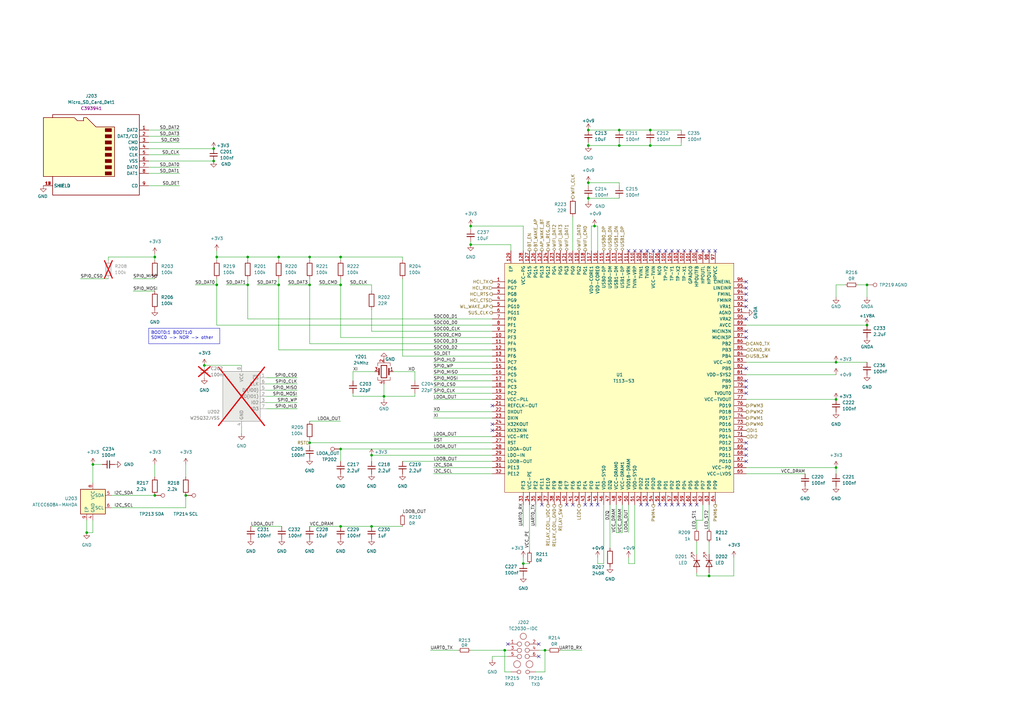
<source format=kicad_sch>
(kicad_sch (version 20231120) (generator "eeschema") (generator_version "8.0")
  (paper "A3")
  (junction (at 223.52 266.7))
  (junction (at 266.7 59.69))
  (junction (at 342.9 148.59))
  (junction (at 114.3 116.84))
  (junction (at 127 105.41))
  (junction (at 342.9 191.77))
  (junction (at 157.48 162.56))
  (junction (at 76.2 203.2))
  (junction (at 87.63 66.04))
  (junction (at 35.56 218.44))
  (junction (at 63.5 105.41))
  (junction (at 83.82 149.86))
  (junction (at 101.6 116.84))
  (junction (at 241.3 81.28))
  (junction (at 290.83 236.22))
  (junction (at 63.5 203.2))
  (junction (at 241.3 74.93))
  (junction (at 114.3 105.41))
  (junction (at 139.7 215.9))
  (junction (at 139.7 105.41))
  (junction (at 193.04 100.33))
  (junction (at 355.6 116.84))
  (junction (at 342.9 163.83))
  (junction (at 38.1 190.5))
  (junction (at 127 181.61))
  (junction (at 87.63 60.96))
  (junction (at 241.3 53.34))
  (junction (at 254 59.69))
  (junction (at 139.7 116.84))
  (junction (at 193.04 92.71))
  (junction (at 127 116.84))
  (junction (at 207.01 266.7))
  (junction (at 243.84 92.71))
  (junction (at 254 53.34))
  (junction (at 152.4 215.9))
  (junction (at 139.7 184.15))
  (junction (at 88.9 116.84))
  (junction (at 214.63 231.14))
  (junction (at 266.7 53.34))
  (junction (at 88.9 105.41))
  (junction (at 355.6 133.35))
  (junction (at 152.4 186.69))
  (junction (at 241.3 59.69))
  (junction (at 101.6 105.41))
  (no_connect (at 273.05 102.87))
  (no_connect (at 260.35 102.87))
  (no_connect (at 245.11 207.01))
  (no_connect (at 240.03 207.01))
  (no_connect (at 262.89 102.87))
  (no_connect (at 201.93 166.37))
  (no_connect (at 306.07 120.65))
  (no_connect (at 265.43 102.87))
  (no_connect (at 306.07 158.75))
  (no_connect (at 242.57 207.01))
  (no_connect (at 306.07 125.73))
  (no_connect (at 275.59 207.01))
  (no_connect (at 222.25 207.01))
  (no_connect (at 220.98 269.24))
  (no_connect (at 306.07 135.89))
  (no_connect (at 306.07 130.81))
  (no_connect (at 306.07 184.15))
  (no_connect (at 306.07 186.69))
  (no_connect (at 306.07 181.61))
  (no_connect (at 270.51 102.87))
  (no_connect (at 267.97 102.87))
  (no_connect (at 285.75 102.87))
  (no_connect (at 278.13 102.87))
  (no_connect (at 232.41 207.01))
  (no_connect (at 278.13 207.01))
  (no_connect (at 283.21 207.01))
  (no_connect (at 201.93 173.99))
  (no_connect (at 270.51 207.01))
  (no_connect (at 285.75 207.01))
  (no_connect (at 290.83 102.87))
  (no_connect (at 201.93 176.53))
  (no_connect (at 306.07 151.13))
  (no_connect (at 262.89 207.01))
  (no_connect (at 293.37 102.87))
  (no_connect (at 288.29 102.87))
  (no_connect (at 306.07 156.21))
  (no_connect (at 280.67 102.87))
  (no_connect (at 234.95 207.01))
  (no_connect (at 265.43 207.01))
  (no_connect (at 275.59 102.87))
  (no_connect (at 280.67 207.01))
  (no_connect (at 306.07 123.19))
  (no_connect (at 283.21 102.87))
  (no_connect (at 306.07 115.57))
  (no_connect (at 306.07 138.43))
  (no_connect (at 306.07 161.29))
  (no_connect (at 257.81 102.87))
  (no_connect (at 306.07 118.11))
  (no_connect (at 220.98 264.16))
  (no_connect (at 273.05 207.01))
  (no_connect (at 208.28 264.16))
  (no_connect (at 306.07 189.23))
  (wire (pts (xy 165.1 105.41) (xy 165.1 106.68)))
  (wire (pts (xy 73.66 68.58) (xy 60.96 68.58)))
  (wire (pts (xy 241.3 74.93) (xy 241.3 76.2)))
  (wire (pts (xy 224.79 266.7) (xy 223.52 266.7)))
  (wire (pts (xy 170.18 161.29) (xy 170.18 162.56)))
  (wire (pts (xy 245.11 231.14) (xy 245.11 228.6)))
  (wire (pts (xy 41.91 190.5) (xy 38.1 190.5)))
  (wire (pts (xy 35.56 218.44) (xy 38.1 218.44)))
  (wire (pts (xy 245.11 92.71) (xy 243.84 92.71)))
  (wire (pts (xy 105.41 116.84) (xy 114.3 116.84)))
  (wire (pts (xy 223.52 266.7) (xy 223.52 275.59)))
  (wire (pts (xy 193.04 92.71) (xy 193.04 93.98)))
  (wire (pts (xy 207.01 266.7) (xy 207.01 275.59)))
  (wire (pts (xy 127 181.61) (xy 127 182.88)))
  (wire (pts (xy 193.04 100.33) (xy 209.55 100.33)))
  (wire (pts (xy 127 140.97) (xy 201.93 140.97)))
  (wire (pts (xy 127 105.41) (xy 139.7 105.41)))
  (wire (pts (xy 177.8 168.91) (xy 201.93 168.91)))
  (wire (pts (xy 285.75 236.22) (xy 290.83 236.22)))
  (wire (pts (xy 45.72 208.28) (xy 76.2 208.28)))
  (wire (pts (xy 342.9 121.92) (xy 342.9 116.84)))
  (wire (pts (xy 342.9 116.84) (xy 346.71 116.84)))
  (wire (pts (xy 157.48 163.83) (xy 157.48 162.56)))
  (wire (pts (xy 266.7 53.34) (xy 279.4 53.34)))
  (wire (pts (xy 38.1 213.36) (xy 38.1 218.44)))
  (wire (pts (xy 35.56 213.36) (xy 35.56 218.44)))
  (wire (pts (xy 88.9 105.41) (xy 101.6 105.41)))
  (wire (pts (xy 193.04 92.71) (xy 214.63 92.71)))
  (wire (pts (xy 109.22 160.02) (xy 121.92 160.02)))
  (wire (pts (xy 127 215.9) (xy 139.7 215.9)))
  (wire (pts (xy 76.2 203.2) (xy 76.2 208.28)))
  (wire (pts (xy 101.6 114.3) (xy 101.6 116.84)))
  (wire (pts (xy 177.8 153.67) (xy 201.93 153.67)))
  (wire (pts (xy 165.1 146.05) (xy 201.93 146.05)))
  (wire (pts (xy 45.72 203.2) (xy 63.5 203.2)))
  (wire (pts (xy 219.71 207.01) (xy 219.71 215.9)))
  (wire (pts (xy 144.78 152.4) (xy 144.78 156.21)))
  (wire (pts (xy 342.9 148.59) (xy 355.6 148.59)))
  (wire (pts (xy 54.61 114.3) (xy 63.5 114.3)))
  (wire (pts (xy 139.7 138.43) (xy 201.93 138.43)))
  (wire (pts (xy 242.57 92.71) (xy 243.84 92.71)))
  (wire (pts (xy 38.1 190.5) (xy 38.1 198.12)))
  (wire (pts (xy 88.9 114.3) (xy 88.9 116.84)))
  (wire (pts (xy 193.04 266.7) (xy 207.01 266.7)))
  (wire (pts (xy 241.3 81.28) (xy 241.3 82.55)))
  (wire (pts (xy 109.22 165.1) (xy 121.92 165.1)))
  (wire (pts (xy 342.9 194.31) (xy 342.9 191.77)))
  (wire (pts (xy 209.55 102.87) (xy 209.55 100.33)))
  (wire (pts (xy 73.66 71.12) (xy 60.96 71.12)))
  (wire (pts (xy 266.7 59.69) (xy 266.7 58.42)))
  (wire (pts (xy 290.83 236.22) (xy 290.83 234.95)))
  (wire (pts (xy 165.1 114.3) (xy 165.1 146.05)))
  (wire (pts (xy 306.07 163.83) (xy 342.9 163.83)))
  (wire (pts (xy 118.11 116.84) (xy 127 116.84)))
  (wire (pts (xy 241.3 81.28) (xy 254 81.28)))
  (wire (pts (xy 241.3 59.69) (xy 241.3 58.42)))
  (wire (pts (xy 63.5 105.41) (xy 63.5 106.68)))
  (wire (pts (xy 152.4 189.23) (xy 152.4 186.69)))
  (wire (pts (xy 109.22 167.64) (xy 121.92 167.64)))
  (wire (pts (xy 201.93 270.51) (xy 201.93 269.24)))
  (wire (pts (xy 177.8 194.31) (xy 201.93 194.31)))
  (wire (pts (xy 139.7 215.9) (xy 152.4 215.9)))
  (wire (pts (xy 76.2 190.5) (xy 76.2 195.58)))
  (wire (pts (xy 127 114.3) (xy 127 116.84)))
  (wire (pts (xy 152.4 116.84) (xy 152.4 119.38)))
  (wire (pts (xy 114.3 105.41) (xy 127 105.41)))
  (wire (pts (xy 290.83 227.33) (xy 290.83 222.25)))
  (wire (pts (xy 139.7 116.84) (xy 139.7 138.43)))
  (wire (pts (xy 254 59.69) (xy 254 58.42)))
  (wire (pts (xy 101.6 105.41) (xy 114.3 105.41)))
  (wire (pts (xy 177.8 161.29) (xy 201.93 161.29)))
  (wire (pts (xy 101.6 116.84) (xy 101.6 130.81)))
  (wire (pts (xy 241.3 74.93) (xy 254 74.93)))
  (wire (pts (xy 139.7 105.41) (xy 165.1 105.41)))
  (wire (pts (xy 99.06 175.26) (xy 99.06 177.8)))
  (wire (pts (xy 63.5 190.5) (xy 63.5 195.58)))
  (wire (pts (xy 114.3 116.84) (xy 114.3 143.51)))
  (wire (pts (xy 139.7 184.15) (xy 201.93 184.15)))
  (wire (pts (xy 152.4 127) (xy 152.4 135.89)))
  (wire (pts (xy 73.66 55.88) (xy 60.96 55.88)))
  (wire (pts (xy 83.82 149.86) (xy 99.06 149.86)))
  (wire (pts (xy 177.8 191.77) (xy 201.93 191.77)))
  (wire (pts (xy 127 181.61) (xy 201.93 181.61)))
  (wire (pts (xy 127 180.34) (xy 127 181.61)))
  (wire (pts (xy 245.11 231.14) (xy 247.65 231.14)))
  (wire (pts (xy 60.96 66.04) (xy 87.63 66.04)))
  (wire (pts (xy 177.8 158.75) (xy 201.93 158.75)))
  (wire (pts (xy 207.01 275.59) (xy 209.55 275.59)))
  (wire (pts (xy 279.4 59.69) (xy 279.4 58.42)))
  (wire (pts (xy 257.81 207.01) (xy 257.81 218.44)))
  (wire (pts (xy 306.07 194.31) (xy 330.2 194.31)))
  (wire (pts (xy 201.93 269.24) (xy 208.28 269.24)))
  (wire (pts (xy 114.3 143.51) (xy 201.93 143.51)))
  (wire (pts (xy 88.9 105.41) (xy 88.9 106.68)))
  (wire (pts (xy 355.6 121.92) (xy 355.6 116.84)))
  (wire (pts (xy 254 59.69) (xy 266.7 59.69)))
  (wire (pts (xy 139.7 189.23) (xy 139.7 184.15)))
  (wire (pts (xy 63.5 104.14) (xy 63.5 105.41)))
  (wire (pts (xy 92.71 116.84) (xy 101.6 116.84)))
  (wire (pts (xy 306.07 191.77) (xy 342.9 191.77)))
  (wire (pts (xy 255.27 207.01) (xy 255.27 218.44)))
  (wire (pts (xy 306.07 148.59) (xy 342.9 148.59)))
  (wire (pts (xy 143.51 116.84) (xy 152.4 116.84)))
  (wire (pts (xy 254 74.93) (xy 254 76.2)))
  (wire (pts (xy 152.4 135.89) (xy 201.93 135.89)))
  (wire (pts (xy 73.66 53.34) (xy 60.96 53.34)))
  (wire (pts (xy 161.29 152.4) (xy 170.18 152.4)))
  (wire (pts (xy 260.35 231.14) (xy 260.35 207.01)))
  (wire (pts (xy 60.96 60.96) (xy 87.63 60.96)))
  (wire (pts (xy 234.95 88.9) (xy 234.95 102.87)))
  (wire (pts (xy 193.04 100.33) (xy 193.04 99.06)))
  (wire (pts (xy 127 172.72) (xy 139.7 172.72)))
  (wire (pts (xy 252.73 207.01) (xy 252.73 218.44)))
  (wire (pts (xy 101.6 105.41) (xy 101.6 106.68)))
  (wire (pts (xy 285.75 227.33) (xy 285.75 222.25)))
  (wire (pts (xy 306.07 153.67) (xy 342.9 153.67)))
  (wire (pts (xy 152.4 186.69) (xy 201.93 186.69)))
  (wire (pts (xy 177.8 151.13) (xy 201.93 151.13)))
  (wire (pts (xy 207.01 266.7) (xy 208.28 266.7)))
  (wire (pts (xy 176.53 266.7) (xy 187.96 266.7)))
  (wire (pts (xy 109.22 162.56) (xy 121.92 162.56)))
  (wire (pts (xy 306.07 133.35) (xy 355.6 133.35)))
  (wire (pts (xy 217.17 207.01) (xy 217.17 226.06)))
  (wire (pts (xy 88.9 102.87) (xy 88.9 105.41)))
  (wire (pts (xy 102.87 215.9) (xy 115.57 215.9)))
  (wire (pts (xy 285.75 236.22) (xy 285.75 234.95)))
  (wire (pts (xy 157.48 162.56) (xy 157.48 157.48)))
  (wire (pts (xy 109.22 154.94) (xy 121.92 154.94)))
  (wire (pts (xy 127 116.84) (xy 127 140.97)))
  (wire (pts (xy 177.8 171.45) (xy 201.93 171.45)))
  (wire (pts (xy 88.9 133.35) (xy 201.93 133.35)))
  (wire (pts (xy 223.52 275.59) (xy 219.71 275.59)))
  (wire (pts (xy 254 53.34) (xy 266.7 53.34)))
  (wire (pts (xy 127 105.41) (xy 127 106.68)))
  (wire (pts (xy 139.7 105.41) (xy 139.7 106.68)))
  (wire (pts (xy 88.9 116.84) (xy 88.9 133.35)))
  (wire (pts (xy 223.52 266.7) (xy 220.98 266.7)))
  (wire (pts (xy 33.02 114.3) (xy 44.45 114.3)))
  (wire (pts (xy 130.81 116.84) (xy 139.7 116.84)))
  (wire (pts (xy 252.73 218.44) (xy 255.27 218.44)))
  (wire (pts (xy 250.19 207.01) (xy 250.19 224.79)))
  (wire (pts (xy 290.83 207.01) (xy 290.83 217.17)))
  (wire (pts (xy 247.65 231.14) (xy 247.65 207.01)))
  (wire (pts (xy 300.99 236.22) (xy 290.83 236.22)))
  (wire (pts (xy 214.63 228.6) (xy 214.63 231.14)))
  (wire (pts (xy 214.63 207.01) (xy 214.63 215.9)))
  (wire (pts (xy 177.8 179.07) (xy 201.93 179.07)))
  (wire (pts (xy 285.75 213.36) (xy 285.75 217.17)))
  (wire (pts (xy 288.29 213.36) (xy 288.29 207.01)))
  (wire (pts (xy 254 59.69) (xy 241.3 59.69)))
  (wire (pts (xy 144.78 162.56) (xy 157.48 162.56)))
  (wire (pts (xy 351.79 116.84) (xy 355.6 116.84)))
  (wire (pts (xy 201.93 189.23) (xy 165.1 189.23)))
  (wire (pts (xy 170.18 162.56) (xy 157.48 162.56)))
  (wire (pts (xy 285.75 213.36) (xy 288.29 213.36)))
  (wire (pts (xy 241.3 53.34) (xy 254 53.34)))
  (wire (pts (xy 152.4 215.9) (xy 165.1 215.9)))
  (wire (pts (xy 170.18 152.4) (xy 170.18 156.21)))
  (wire (pts (xy 153.67 152.4) (xy 144.78 152.4)))
  (wire (pts (xy 73.66 63.5) (xy 60.96 63.5)))
  (wire (pts (xy 266.7 59.69) (xy 279.4 59.69)))
  (wire (pts (xy 114.3 114.3) (xy 114.3 116.84)))
  (wire (pts (xy 177.8 148.59) (xy 201.93 148.59)))
  (wire (pts (xy 257.81 231.14) (xy 260.35 231.14)))
  (wire (pts (xy 73.66 58.42) (xy 60.96 58.42)))
  (wire (pts (xy 80.01 116.84) (xy 88.9 116.84)))
  (wire (pts (xy 109.22 157.48) (xy 121.92 157.48)))
  (wire (pts (xy 245.11 102.87) (xy 245.11 92.71)))
  (wire (pts (xy 139.7 114.3) (xy 139.7 116.84)))
  (wire (pts (xy 214.63 92.71) (xy 214.63 102.87)))
  (wire (pts (xy 63.5 105.41) (xy 44.45 105.41)))
  (wire (pts (xy 101.6 130.81) (xy 201.93 130.81)))
  (wire (pts (xy 229.87 266.7) (xy 238.76 266.7)))
  (wire (pts (xy 214.63 231.14) (xy 217.17 231.14)))
  (wire (pts (xy 300.99 228.6) (xy 300.99 236.22)))
  (wire (pts (xy 177.8 156.21) (xy 201.93 156.21)))
  (wire (pts (xy 257.81 231.14) (xy 257.81 228.6)))
  (wire (pts (xy 114.3 105.41) (xy 114.3 106.68)))
  (wire (pts (xy 44.45 105.41) (xy 44.45 106.68)))
  (wire (pts (xy 60.96 76.2) (xy 73.66 76.2)))
  (wire (pts (xy 242.57 92.71) (xy 242.57 102.87)))
  (wire (pts (xy 144.78 161.29) (xy 144.78 162.56)))
  (wire (pts (xy 54.61 119.38) (xy 63.5 119.38)))
  (wire (pts (xy 177.8 163.83) (xy 201.93 163.83)))
  (text_box "BOOT0:1 BOOT1:0\nSDMC0 -> NOR -> other" (at 60.96 134.62 0) (size 29.21 6.35) (effects (font (size 1.27 1.27)) (justify left top)))
  (label "UART0_RX" (at 214.63 215.9 90))
  (label "SD_DAT2" (at 73.66 53.34 180))
  (label "SD_DAT1" (at 73.66 71.12 180))
  (label "SPI0_WP" (at 121.92 165.1 180))
  (label "SD_CMD" (at 130.81 116.84 0))
  (label "SD_DAT0" (at 73.66 68.58 180))
  (label "VCC_DRAM" (at 127 215.9 0))
  (label "SPI0_MOSI" (at 177.8 156.21 0))
  (label "SPI0_MISO" (at 121.92 160.02 180))
  (label "LDOA_OUT" (at 177.8 163.83 0))
  (label "LDOA_OUT" (at 177.8 179.07 0))
  (label "SPI0_CLK" (at 121.92 157.48 180))
  (label "LDOA_OUT" (at 139.7 172.72 180))
  (label "SD_CLK" (at 73.66 63.5 180))
  (label "LDOA_OUT" (at 177.8 184.15 0))
  (label "SPI0_MISO" (at 54.61 114.3 0))
  (label "I2C_SCL" (at 177.8 194.31 0))
  (label "XI" (at 144.78 152.4 0))
  (label "SPI0_MOSI" (at 54.61 119.38 0))
  (label "UART0_RX" (at 238.76 266.7 180))
  (label "SDCO0_CLK" (at 177.8 135.89 0))
  (label "VCC_DRAM" (at 252.73 218.44 90))
  (label "I2C_SDA" (at 54.61 203.2 180))
  (label "I2C_SCL" (at 54.61 208.28 180))
  (label "VCC_DRAM" (at 255.27 218.44 90))
  (label "SPI0_WP" (at 177.8 151.13 0))
  (label "SD_DAT0" (at 80.01 116.84 0))
  (label "SD_CLK" (at 143.51 116.84 0))
  (label "SPI0_CS0" (at 177.8 158.75 0))
  (label "I2C_SDA" (at 177.8 191.77 0))
  (label "SD_DET" (at 177.8 146.05 0))
  (label "UART0_TX" (at 219.71 215.9 90))
  (label "VCC_DRAM" (at 330.2 194.31 180))
  (label "VCC_PE" (at 217.17 224.79 90))
  (label "SPI0_CLK" (at 177.8 161.29 0))
  (label "LED_ST2" (at 290.83 217.17 90))
  (label "XO" (at 177.8 168.91 0))
  (label "SPI0_CS0" (at 33.02 114.3 0))
  (label "SD_DET" (at 73.66 76.2 180))
  (label "SD_CMD" (at 73.66 58.42 180))
  (label "SD_DAT2" (at 105.41 116.84 0))
  (label "SPI0_HLD" (at 177.8 148.59 0))
  (label "SPI0_MOSI" (at 121.92 162.56 180))
  (label "LED_ST1" (at 285.75 217.17 90))
  (label "SDCO0_CMD" (at 177.8 138.43 0))
  (label "SD_DAT3" (at 73.66 55.88 180))
  (label "DZQ" (at 250.19 213.36 90))
  (label "SPI0_CS0" (at 121.92 154.94 180))
  (label "XI" (at 177.8 171.45 0))
  (label "SD_DAT3" (at 118.11 116.84 0))
  (label "SDCO0_D3" (at 177.8 140.97 0))
  (label "SDCO0_D2" (at 177.8 143.51 0))
  (label "LDOB_OUT" (at 165.1 210.82 0))
  (label "SDCO0_D1" (at 177.8 130.81 0))
  (label "SDCO0_D0" (at 177.8 133.35 0))
  (label "SPI0_HLD" (at 121.92 167.64 180))
  (label "LDOA_OUT" (at 257.81 218.44 90))
  (label "SD_DAT1" (at 92.71 116.84 0))
  (label "UART0_TX" (at 176.53 266.7 0))
  (label "LDOB_OUT" (at 177.8 189.23 0))
  (label "SPI0_MISO" (at 177.8 153.67 0))
  (label "RST" (at 177.8 181.61 0))
  (label "XO" (at 170.18 152.4 180))
  (label "LDOA_OUT" (at 102.87 215.9 0))
  (hierarchical_label "HCI_CTS" (shape input) (at 201.93 123.19 180))
  (hierarchical_label "HCI_RTS" (shape output) (at 201.93 120.65 180))
  (hierarchical_label "PWM3" (shape output) (at 306.07 166.37 0))
  (hierarchical_label "CAN0_TX" (shape output) (at 306.07 140.97 0))
  (hierarchical_label "HCI_RX" (shape input) (at 201.93 118.11 180))
  (hierarchical_label "PWM1" (shape output) (at 306.07 171.45 0))
  (hierarchical_label "BT_EN" (shape output) (at 217.17 102.87 90) (property "Netclass" "SDIO_WIFI" (effects (hide yes))))
  (hierarchical_label "PWM2" (shape output) (at 306.07 168.91 0))
  (hierarchical_label "RELAY_COIL_GND" (shape output) (at 227.33 207.01 270))
  (hierarchical_label "RELAY_COIL_VDC" (shape output) (at 224.79 207.01 270))
  (hierarchical_label "USB1_DN" (shape bidirectional) (at 252.73 102.87 90))
  (hierarchical_label "WIFI_CMD" (shape output) (at 240.03 102.87 90))
  (hierarchical_label "BT_WAKE_AP" (shape output) (at 219.71 102.87 90))
  (hierarchical_label "PWM4" (shape output) (at 267.97 207.01 270))
  (hierarchical_label "AP_WAKE_BT" (shape output) (at 222.25 102.87 90))
  (hierarchical_label "WIFI_DAT3" (shape bidirectional) (at 229.87 102.87 90))
  (hierarchical_label "PWM6" (shape output) (at 293.37 207.01 270))
  (hierarchical_label "CAN0_RX" (shape input) (at 306.07 143.51 0))
  (hierarchical_label "USB1_DP" (shape bidirectional) (at 255.27 102.87 90))
  (hierarchical_label "PWM0" (shape output) (at 306.07 173.99 0))
  (hierarchical_label "RELAY_SW" (shape output) (at 229.87 207.01 270))
  (hierarchical_label "LEDC" (shape output) (at 237.49 207.01 270))
  (hierarchical_label "DI1" (shape input) (at 306.07 176.53 0))
  (hierarchical_label "WL_WAKE_AP" (shape output) (at 201.93 125.73 180))
  (hierarchical_label "SUS_CLK" (shape output) (at 201.93 128.27 180))
  (hierarchical_label "HCI_TX" (shape output) (at 201.93 115.57 180))
  (hierarchical_label "WIFI_DAT2" (shape bidirectional) (at 227.33 102.87 90))
  (hierarchical_label "WL_REG_ON" (shape output) (at 224.79 102.87 90))
  (hierarchical_label "USB_SW" (shape output) (at 306.07 146.05 0))
  (hierarchical_label "WIFI_CLK" (shape output) (at 234.95 81.28 90))
  (hierarchical_label "USB0_DP" (shape bidirectional) (at 247.65 102.87 90))
  (hierarchical_label "DI2" (shape input) (at 306.07 179.07 0))
  (hierarchical_label "WIFI_DAT0" (shape bidirectional) (at 237.49 102.87 90))
  (hierarchical_label "WIFI_DAT1" (shape bidirectional) (at 232.41 102.87 90))
  (hierarchical_label "RST" (shape input) (at 127 181.61 180))
  (hierarchical_label "USB0_DN" (shape bidirectional) (at 250.19 102.87 90))
  (symbol (lib_id "Device:C_Small") (at 342.9 166.37 0) (unit 1)
    (property "Reference" "C222" (at 345.44 165.1063 0) (effects (justify left)))
    (property "Value" "100nf" (at 345.44 167.6463 0) (effects (justify left)))
    (property "Footprint" "Capacitor_SMD:C_0402_1005Metric" (effects (hide yes)))
    (property "Datasheet" "https://datasheet.lcsc.com/lcsc/2304140030_Samsung-Electro-Mechanics-CL05B104KB54PNC_C307331.pdf" (effects (hide yes)))
    (property "LCSC" "C307331" (effects (hide yes)))
    (property "MPN" "CL05B104KB54PNC" (effects (hide yes)))
  )
  (symbol (lib_id "power:GND") (at 330.2 199.39 0) (mirror y) (unit 1)
    (property "Reference" "#PWR0232" (effects (hide yes)))
    (property "Value" "GND" (at 330.2 204.47 0))
  )
  (symbol (lib_id "Device:C_Small") (at 241.3 55.88 0) (unit 1)
    (property "Reference" "C213" (at 243.84 54.6163 0) (effects (justify left)))
    (property "Value" "10uF" (at 243.84 57.1563 0) (effects (justify left)))
    (property "Footprint" "Capacitor_SMD:C_0603_1608Metric" (effects (hide yes)))
    (property "Datasheet" "https://datasheet.lcsc.com/lcsc/2304140030_Samsung-Electro-Mechanics-CL10A106MA8NRNC_C96446.pdf" (effects (hide yes)))
    (property "LCSC" "C96446" (effects (hide yes)))
    (property "MPN" "CL10A106MA8NRNC" (effects (hide yes)))
  )
  (symbol (lib_id "power:GND") (at 46.99 190.5 90) (unit 1)
    (property "Reference" "#PWR0252" (effects (hide yes)))
    (property "Value" "GND" (at 50.8 190.5 90) (effects (justify right)))
  )
  (symbol (lib_id "power:+3V3") (at 83.82 149.86 0) (unit 1)
    (property "Reference" "#PWR0202" (effects (hide yes)))
    (property "Value" "+3V3" (at 83.82 144.78 0))
  )
  (symbol (lib_id "Device:R") (at 63.5 199.39 0) (unit 1)
    (property "Reference" "R217" (at 55.88 198.12 0) (effects (justify left)))
    (property "Value" "2.2k" (at 55.88 200.66 0) (effects (justify left)))
    (property "Footprint" "Resistor_SMD:R_0402_1005Metric" (effects (hide yes)))
    (property "Datasheet" "https://datasheet.lcsc.com/lcsc/2206010230_UNI-ROYAL-Uniroyal-Elec-0603WAF2201T5E_C4190.pdf" (effects (hide yes)))
    (property "LCSC" "C25879" (effects (hide yes)))
    (property "MPN" "0402WGF2201TCE" (effects (hide yes)))
  )
  (symbol (lib_id "Device:R_Small") (at 290.83 219.71 0) (unit 1)
    (property "Reference" "R212" (at 293.37 218.4399 0) (effects (justify left)))
    (property "Value" "1k" (at 293.37 220.9799 0) (effects (justify left)))
    (property "Footprint" "Resistor_SMD:R_0402_1005Metric" (effects (hide yes)))
    (property "Datasheet" "https://datasheet.lcsc.com/lcsc/2206010216_UNI-ROYAL-Uniroyal-Elec-0402WGF1001TCE_C11702.pdf" (effects (hide yes)))
    (property "LCSC" "C11702" (effects (hide yes)))
    (property "MPN" "0402WGF1001TCE" (effects (hide yes)))
  )
  (symbol (lib_id "power:GND") (at 115.57 220.98 0) (mirror y) (unit 1)
    (property "Reference" "#PWR0248" (effects (hide yes)))
    (property "Value" "GND" (at 115.57 226.06 0))
  )
  (symbol (lib_id "Device:C_Small") (at 139.7 218.44 0) (unit 1)
    (property "Reference" "C229" (at 142.24 217.1763 0) (effects (justify left)))
    (property "Value" "100nf" (at 142.24 219.7163 0) (effects (justify left)))
    (property "Footprint" "Capacitor_SMD:C_0402_1005Metric" (effects (hide yes)))
    (property "Datasheet" "https://datasheet.lcsc.com/lcsc/2304140030_Samsung-Electro-Mechanics-CL05B104KB54PNC_C307331.pdf" (effects (hide yes)))
    (property "LCSC" "C307331" (effects (hide yes)))
    (property "MPN" "CL05B104KB54PNC" (effects (hide yes)))
  )
  (symbol (lib_id "Device:R_Small") (at 165.1 213.36 0) (unit 1)
    (property "Reference" "R210" (at 167.64 212.09 0) (effects (justify left)))
    (property "Value" "0R" (at 167.64 214.63 0) (effects (justify left)))
    (property "Footprint" "Resistor_SMD:R_0402_1005Metric" (effects (hide yes)))
    (property "Datasheet" "https://datasheet.lcsc.com/lcsc/2206010216_UNI-ROYAL-Uniroyal-Elec-0402WGF0000TCE_C17168.pdf" (effects (hide yes)))
    (property "LCSC" "C17168" (effects (hide yes)))
    (property "MPN" "0402WGF0000TCE" (effects (hide yes)))
  )
  (symbol (lib_id "Device:C_Small") (at 330.2 196.85 0) (unit 1)
    (property "Reference" "C220" (at 332.74 195.5863 0) (effects (justify left)))
    (property "Value" "100nf" (at 332.74 198.1263 0) (effects (justify left)))
    (property "Footprint" "Capacitor_SMD:C_0402_1005Metric" (effects (hide yes)))
    (property "Datasheet" "https://datasheet.lcsc.com/lcsc/2304140030_Samsung-Electro-Mechanics-CL05B104KB54PNC_C307331.pdf" (effects (hide yes)))
    (property "LCSC" "C307331" (effects (hide yes)))
    (property "MPN" "CL05B104KB54PNC" (effects (hide yes)))
  )
  (symbol (lib_id "power:+3V3") (at 193.04 92.71 0) (unit 1)
    (property "Reference" "#PWR0224" (effects (hide yes)))
    (property "Value" "+3V3" (at 193.04 87.63 0))
  )
  (symbol (lib_id "power:GND") (at 241.3 59.69 0) (unit 1)
    (property "Reference" "#PWR0219" (effects (hide yes)))
    (property "Value" "GND" (at 241.3 64.77 0))
  )
  (symbol (lib_id "power:+3V3") (at 63.5 190.5 0) (unit 1)
    (property "Reference" "#PWR0254" (effects (hide yes)))
    (property "Value" "+3V3" (at 63.5 185.42 0))
  )
  (symbol (lib_id "power:GNDA") (at 306.07 128.27 90) (unit 1)
    (property "Reference" "#PWR0204" (effects (hide yes)))
    (property "Value" "GNDA" (at 309.88 128.27 0))
  )
  (symbol (lib_name "VDD_1") (lib_id "power:VDD") (at 257.81 228.6 0) (unit 1)
    (property "Reference" "#PWR0231" (effects (hide yes)))
    (property "Value" "+0v9" (at 257.81 224.79 0))
  )
  (symbol (lib_id "power:GND") (at 152.4 194.31 0) (mirror y) (unit 1)
    (property "Reference" "#PWR0226" (effects (hide yes)))
    (property "Value" "GND" (at 152.4 199.39 0))
  )
  (symbol (lib_id "Device:C_Small") (at 144.78 158.75 0) (unit 1)
    (property "Reference" "C203" (at 147.32 157.4863 0) (effects (justify left)))
    (property "Value" "22pF" (at 147.32 160.0263 0) (effects (justify left)))
    (property "Footprint" "Capacitor_SMD:C_0402_1005Metric" (effects (hide yes)))
    (property "Datasheet" "https://datasheet.lcsc.com/lcsc/2304140030_FH--Guangdong-Fenghua-Advanced-Tech-0402CG220J500NT_C1555.pdf" (effects (hide yes)))
    (property "LCSC" "C1555" (effects (hide yes)))
    (property "MPN" "0402CG220J500NT" (effects (hide yes)))
  )
  (symbol (lib_id "Device:R") (at 139.7 110.49 0) (unit 1)
    (property "Reference" "R222" (at 142.24 109.22 0) (effects (justify left)))
    (property "Value" "100k" (at 142.24 111.76 0) (effects (justify left)))
    (property "Footprint" "Resistor_SMD:R_0402_1005Metric" (effects (hide yes)))
    (property "Datasheet" "https://datasheet.lcsc.com/lcsc/2206010100_UNI-ROYAL-Uniroyal-Elec-0402WGF1003TCE_C25741.pdf" (effects (hide yes)))
    (property "LCSC" "C25741" (effects (hide yes)))
    (property "MPN" "0402WGF1003TCE" (effects (hide yes)))
  )
  (symbol (lib_id "Device:R") (at 76.2 199.39 0) (unit 1)
    (property "Reference" "R218" (at 68.58 198.12 0) (effects (justify left)))
    (property "Value" "2.2k" (at 68.58 200.66 0) (effects (justify left)))
    (property "Footprint" "Resistor_SMD:R_0402_1005Metric" (effects (hide yes)))
    (property "Datasheet" "https://datasheet.lcsc.com/lcsc/2206010230_UNI-ROYAL-Uniroyal-Elec-0603WAF2201T5E_C4190.pdf" (effects (hide yes)))
    (property "LCSC" "C25879" (effects (hide yes)))
    (property "MPN" "0402WGF2201TCE" (effects (hide yes)))
  )
  (symbol (lib_id "power:+3V3") (at 88.9 102.87 0) (unit 1)
    (property "Reference" "#PWR0242" (effects (hide yes)))
    (property "Value" "+3V3" (at 88.9 97.79 0))
  )
  (symbol (lib_id "power:GND") (at 157.48 163.83 0) (mirror y) (unit 1)
    (property "Reference" "#PWR0211" (effects (hide yes)))
    (property "Value" "GND" (at 157.48 167.64 0))
  )
  (symbol (lib_id "Tag-Connect:TC2030-IDC") (at 214.63 266.7 0) (unit 1) (in_bom no)
    (property "Reference" "J202" (at 214.63 255.27 0))
    (property "Value" "TC2030-IDC" (at 214.63 257.81 0))
    (property "Footprint" "Tag-Connect:Tag-Connect_TC2030-IDC-NL_2x03_P1.27mm_Vertical" (effects (hide yes)))
    (property "Datasheet" "https://www.tag-connect.com/wp-content/uploads/bsk-pdf-manager/2019/12/TC2030-IDC-NL-Datasheet-Rev-B.pdf" (effects (hide yes)))
    (property "MPN" "TC2030-IDC" (effects (hide yes)))
  )
  (symbol (lib_id "Device:C_Small") (at 152.4 191.77 0) (unit 1)
    (property "Reference" "C218" (at 154.94 190.5063 0) (effects (justify left)))
    (property "Value" "2.2uF" (at 154.94 193.0463 0) (effects (justify left)))
    (property "Footprint" "Resistor_SMD:R_0402_1005Metric" (effects (hide yes)))
    (property "Datasheet" "https://datasheet.lcsc.com/lcsc/2304140030_Samsung-Electro-Mechanics-CL05A225MQ5NSNC_C12530.pdf" (effects (hide yes)))
    (property "LCSC" "C12530" (effects (hide yes)))
    (property "MPN" "CL05A225MQ5NSNC" (effects (hide yes)))
  )
  (symbol (lib_id "power:GND") (at 102.87 220.98 0) (mirror y) (unit 1)
    (property "Reference" "#PWR0247" (effects (hide yes)))
    (property "Value" "GND" (at 102.87 226.06 0))
  )
  (symbol (lib_id "power:GND") (at 342.9 199.39 0) (mirror y) (unit 1)
    (property "Reference" "#PWR0233" (effects (hide yes)))
    (property "Value" "GND" (at 342.9 204.47 0))
  )
  (symbol (lib_id "power:+3V3") (at 342.9 163.83 0) (unit 1)
    (property "Reference" "#PWR0236" (effects (hide yes)))
    (property "Value" "+3V3" (at 346.71 162.56 0))
  )
  (symbol (lib_id "Connector_LCSC_SDCard:Micro_SD_Card_Det1") (at 38.1 63.5 0) (mirror y) (unit 1)
    (property "Reference" "J203" (at 37.465 39.37 0))
    (property "Value" "Micro_SD_Card_Det1" (at 37.465 41.91 0))
    (property "Footprint" "Connector_LCSC_SDCard:TF-SMD_TF-PUSH" (effects (hide yes)))
    (property "Datasheet" "https://datasheet.lcsc.com/lcsc/2110151630_XKB-Connectivity-XKTF-015-N_C381082.pdf" (effects (hide yes)))
    (property "Description" "Micro SD Card Socket with one card detection pin" (effects (hide yes)))
    (property "LCSC" "C393941" (at 37.465 44.45 0))
    (property "MPN" "TF PUSH" (effects (hide yes)))
  )
  (symbol (lib_id "power:GNDA") (at 355.6 121.92 0) (unit 1)
    (property "Reference" "#PWR0249" (effects (hide yes)))
    (property "Value" "GNDA" (at 355.6 125.73 0))
  )
  (symbol (lib_name "W25Q32JVSS_1") (lib_id "Memory_Flash:W25Q32JVSS") (at 99.06 162.56 0) (mirror y) (unit 1) (in_bom no) (on_board no) (dnp yes)
    (property "Reference" "U202" (at 90.17 168.91 0) (effects (justify left)))
    (property "Value" "W25Q32JVSS" (at 90.17 171.45 0) (effects (justify left)))
    (property "Footprint" "Package_SO:SOIC-8_5.23x5.23mm_P1.27mm" (effects (hide yes)))
    (property "Datasheet" "http://www.winbond.com/resource-files/w25q32jv%20revg%2003272018%20plus.pdf" (effects (hide yes)))
    (property "LCSC" "C179173" (effects (hide yes)))
    (property "MPN" "W25Q32JVSSIQ" (effects (hide yes)))
  )
  (symbol (lib_id "Device:LED") (at 285.75 231.14 270) (unit 1)
    (property "Reference" "D201" (at 281.94 228.2824 90) (effects (justify right)))
    (property "Value" "LED" (at 281.94 230.8224 90) (effects (justify right)))
    (property "Footprint" "LED_SMD:LED_0402_1005Metric" (effects (hide yes)))
    (property "Datasheet" "https://datasheet.lcsc.com/lcsc/1912111437_Lite-On-LTST-C281KRKT_C364556.pdf" (effects (hide yes)))
    (property "LCSC" "C364556" (effects (hide yes)))
    (property "MPN" "LTST-C281KRKT" (effects (hide yes)))
  )
  (symbol (lib_id "Device:C_Small") (at 214.63 233.68 0) (unit 1)
    (property "Reference" "C227" (at 207.01 232.41 0) (effects (justify left)))
    (property "Value" "100nf" (at 207.01 234.95 0) (effects (justify left)))
    (property "Footprint" "Capacitor_SMD:C_0402_1005Metric" (effects (hide yes)))
    (property "Datasheet" "https://datasheet.lcsc.com/lcsc/2304140030_Samsung-Electro-Mechanics-CL05B104KB54PNC_C307331.pdf" (effects (hide yes)))
    (property "LCSC" "C307331" (effects (hide yes)))
    (property "MPN" "CL05B104KB54PNC" (effects (hide yes)))
  )
  (symbol (lib_id "power:GND") (at 35.56 218.44 0) (unit 1)
    (property "Reference" "#PWR0251" (effects (hide yes)))
    (property "Value" "GND" (at 35.56 223.52 0))
  )
  (symbol (lib_id "power:GND") (at 63.5 127 0) (mirror y) (unit 1)
    (property "Reference" "#PWR0257" (effects (hide yes)))
    (property "Value" "GND" (at 63.5 132.08 0))
  )
  (symbol (lib_id "power:+3V3") (at 300.99 228.6 0) (unit 1)
    (property "Reference" "#PWR0213" (effects (hide yes)))
    (property "Value" "+3V3" (at 300.99 223.52 0))
  )
  (symbol (lib_id "Device:R") (at 101.6 110.49 0) (unit 1)
    (property "Reference" "R201" (at 104.14 109.22 0) (effects (justify left)))
    (property "Value" "100k" (at 104.14 111.76 0) (effects (justify left)))
    (property "Footprint" "Resistor_SMD:R_0402_1005Metric" (effects (hide yes)))
    (property "Datasheet" "https://datasheet.lcsc.com/lcsc/2206010100_UNI-ROYAL-Uniroyal-Elec-0402WGF1003TCE_C25741.pdf" (effects (hide yes)))
    (property "LCSC" "C25741" (effects (hide yes)))
    (property "MPN" "0402WGF1003TCE" (effects (hide yes)))
  )
  (symbol (lib_id "Device:C_Small") (at 170.18 158.75 0) (unit 1)
    (property "Reference" "C204" (at 172.72 157.4863 0) (effects (justify left)))
    (property "Value" "22pF" (at 172.72 160.0263 0) (effects (justify left)))
    (property "Footprint" "Capacitor_SMD:C_0402_1005Metric" (effects (hide yes)))
    (property "Datasheet" "https://datasheet.lcsc.com/lcsc/2304140030_FH--Guangdong-Fenghua-Advanced-Tech-0402CG220J500NT_C1555.pdf" (effects (hide yes)))
    (property "LCSC" "C1555" (effects (hide yes)))
    (property "MPN" "0402CG220J500NT" (effects (hide yes)))
  )
  (symbol (lib_id "Device:C_Small") (at 139.7 191.77 0) (unit 1)
    (property "Reference" "C217" (at 142.24 190.5063 0) (effects (justify left)))
    (property "Value" "2.2uF" (at 142.24 193.0463 0) (effects (justify left)))
    (property "Footprint" "Resistor_SMD:R_0402_1005Metric" (effects (hide yes)))
    (property "Datasheet" "https://datasheet.lcsc.com/lcsc/2304140030_Samsung-Electro-Mechanics-CL05A225MQ5NSNC_C12530.pdf" (effects (hide yes)))
    (property "LCSC" "C12530" (effects (hide yes)))
    (property "MPN" "CL05A225MQ5NSNC" (effects (hide yes)))
  )
  (symbol (lib_id "Device:C_Small") (at 241.3 78.74 0) (unit 1)
    (property "Reference" "C214" (at 243.84 77.4763 0) (effects (justify left)))
    (property "Value" "100nf" (at 243.84 80.0163 0) (effects (justify left)))
    (property "Footprint" "Capacitor_SMD:C_0402_1005Metric" (effects (hide yes)))
    (property "Datasheet" "https://datasheet.lcsc.com/lcsc/2304140030_Samsung-Electro-Mechanics-CL05B104KB54PNC_C307331.pdf" (effects (hide yes)))
    (property "LCSC" "C307331" (effects (hide yes)))
    (property "MPN" "CL05B104KB54PNC" (effects (hide yes)))
  )
  (symbol (lib_id "power:GND") (at 214.63 236.22 0) (mirror y) (unit 1)
    (property "Reference" "#PWR0243" (effects (hide yes)))
    (property "Value" "GND" (at 214.63 241.3 0))
  )
  (symbol (lib_id "power:GND") (at 193.04 100.33 0) (unit 1)
    (property "Reference" "#PWR0223" (effects (hide yes)))
    (property "Value" "GND" (at 193.04 105.41 0))
  )
  (symbol (lib_id "power:GND") (at 342.9 168.91 0) (mirror y) (unit 1)
    (property "Reference" "#PWR0234" (effects (hide yes)))
    (property "Value" "GND" (at 342.9 173.99 0))
  )
  (symbol (lib_id "power:+3V3") (at 342.9 148.59 0) (unit 1)
    (property "Reference" "#PWR0238" (effects (hide yes)))
    (property "Value" "+3V3" (at 346.71 147.32 0))
  )
  (symbol (lib_id "power:+1V8") (at 355.6 133.35 0) (unit 1)
    (property "Reference" "#PWR0239" (effects (hide yes)))
    (property "Value" "+1V8A" (at 355.6 129.54 0))
  )
  (symbol (lib_id "Device:C_Small") (at 342.9 196.85 0) (unit 1)
    (property "Reference" "C221" (at 345.44 195.5863 0) (effects (justify left)))
    (property "Value" "100nf" (at 345.44 198.1263 0) (effects (justify left)))
    (property "Footprint" "Capacitor_SMD:C_0402_1005Metric" (effects (hide yes)))
    (property "Datasheet" "https://datasheet.lcsc.com/lcsc/2304140030_Samsung-Electro-Mechanics-CL05B104KB54PNC_C307331.pdf" (effects (hide yes)))
    (property "LCSC" "C307331" (effects (hide yes)))
    (property "MPN" "CL05B104KB54PNC" (effects (hide yes)))
  )
  (symbol (lib_id "power:GND") (at 17.78 76.2 0) (mirror y) (unit 1)
    (property "Reference" "#PWR0206" (effects (hide yes)))
    (property "Value" "GND" (at 19.558 80.518 0) (effects (justify left)))
  )
  (symbol (lib_id "Device:C_Small") (at 102.87 218.44 0) (unit 1)
    (property "Reference" "C231" (at 105.41 217.1763 0) (effects (justify left)))
    (property "Value" "100nf" (at 105.41 219.7163 0) (effects (justify left)))
    (property "Footprint" "Capacitor_SMD:C_0402_1005Metric" (effects (hide yes)))
    (property "Datasheet" "https://datasheet.lcsc.com/lcsc/2304140030_Samsung-Electro-Mechanics-CL05B104KB54PNC_C307331.pdf" (effects (hide yes)))
    (property "LCSC" "C307331" (effects (hide yes)))
    (property "MPN" "CL05B104KB54PNC" (effects (hide yes)))
  )
  (symbol (lib_name "VDD_1") (lib_id "power:VDD") (at 243.84 92.71 0) (unit 1)
    (property "Reference" "#PWR0220" (effects (hide yes)))
    (property "Value" "+0v9" (at 244.094 87.63 0))
  )
  (symbol (lib_id "Device:C_Small") (at 266.7 55.88 0) (unit 1)
    (property "Reference" "C212" (at 269.24 54.6163 0) (effects (justify left)))
    (property "Value" "100nf" (at 269.24 57.1563 0) (effects (justify left)))
    (property "Footprint" "Capacitor_SMD:C_0402_1005Metric" (effects (hide yes)))
    (property "Datasheet" "https://datasheet.lcsc.com/lcsc/2304140030_Samsung-Electro-Mechanics-CL05B104KB54PNC_C307331.pdf" (effects (hide yes)))
    (property "LCSC" "C307331" (effects (hide yes)))
    (property "MPN" "CL05B104KB54PNC" (effects (hide yes)))
  )
  (symbol (lib_id "Device:R_Small") (at 217.17 228.6 0) (unit 1)
    (property "Reference" "R211" (at 219.71 227.33 0) (effects (justify left)))
    (property "Value" "0R" (at 219.71 229.87 0) (effects (justify left)))
    (property "Footprint" "Resistor_SMD:R_0402_1005Metric" (effects (hide yes)))
    (property "Datasheet" "https://datasheet.lcsc.com/lcsc/2206010216_UNI-ROYAL-Uniroyal-Elec-0402WGF0000TCE_C17168.pdf" (effects (hide yes)))
    (property "LCSC" "C17168" (effects (hide yes)))
    (property "MPN" "0402WGF0000TCE" (effects (hide yes)))
  )
  (symbol (lib_id "power:GND") (at 342.9 121.92 0) (mirror y) (unit 1)
    (property "Reference" "#PWR0205" (effects (hide yes)))
    (property "Value" "GND" (at 342.9 125.73 0))
  )
  (symbol (lib_id "Connector:TestPoint") (at 63.5 203.2 270) (unit 1)
    (property "Reference" "TP213" (at 57.15 210.82 90) (effects (justify left)))
    (property "Value" "SDA" (at 63.5 210.82 90) (effects (justify left)))
    (property "Footprint" "TestPoint:TestPoint_Pad_D1.0mm" (effects (hide yes)))
  )
  (symbol (lib_id "Device:C_Small") (at 152.4 218.44 0) (unit 1)
    (property "Reference" "C230" (at 154.94 217.1763 0) (effects (justify left)))
    (property "Value" "1uF" (at 154.94 219.7163 0) (effects (justify left)))
    (property "Footprint" "Resistor_SMD:R_0402_1005Metric" (effects (hide yes)))
    (property "Datasheet" "https://datasheet.lcsc.com/lcsc/2304140030_Samsung-Electro-Mechanics-CL05A105KA5NQNC_C52923.pdf" (effects (hide yes)))
    (property "LCSC" "C52923" (effects (hide yes)))
    (property "MPN" "CL05A105KA5NQNC" (effects (hide yes)))
  )
  (symbol (lib_id "Device:R") (at 234.95 85.09 0) (unit 1)
    (property "Reference" "R223" (at 232.41 83.8199 0) (effects (justify right)))
    (property "Value" "22R" (at 232.41 86.3599 0) (effects (justify right)))
    (property "Footprint" "Resistor_SMD:R_0402_1005Metric" (effects (hide yes)))
    (property "Datasheet" "https://datasheet.lcsc.com/lcsc/2205311900_UNI-ROYAL-Uniroyal-Elec-0402WGF220JTCE_C25092.pdf" (effects (hide yes)))
    (property "LCSC" "C25092" (effects (hide yes)))
    (property "MPN" "0402WGF220JTCE" (effects (hide yes)))
  )
  (symbol (lib_id "Device:R") (at 88.9 110.49 0) (unit 1)
    (property "Reference" "R219" (at 91.44 109.22 0) (effects (justify left)))
    (property "Value" "100k" (at 91.44 111.76 0) (effects (justify left)))
    (property "Footprint" "Resistor_SMD:R_0402_1005Metric" (effects (hide yes)))
    (property "Datasheet" "https://datasheet.lcsc.com/lcsc/2206010100_UNI-ROYAL-Uniroyal-Elec-0402WGF1003TCE_C25741.pdf" (effects (hide yes)))
    (property "LCSC" "C25741" (effects (hide yes)))
    (property "MPN" "0402WGF1003TCE" (effects (hide yes)))
  )
  (symbol (lib_id "power:GND") (at 139.7 220.98 0) (mirror y) (unit 1)
    (property "Reference" "#PWR0245" (effects (hide yes)))
    (property "Value" "GND" (at 139.7 226.06 0))
  )
  (symbol (lib_id "power:GND") (at 241.3 82.55 0) (unit 1)
    (property "Reference" "#PWR0222" (effects (hide yes)))
    (property "Value" "GND" (at 246.126 84.582 0))
  )
  (symbol (lib_id "power:+3V3") (at 38.1 190.5 0) (unit 1)
    (property "Reference" "#PWR0253" (effects (hide yes)))
    (property "Value" "+3V3" (at 38.1 185.42 0))
  )
  (symbol (lib_id "power:+3V3") (at 214.63 228.6 0) (unit 1)
    (property "Reference" "#PWR0229" (effects (hide yes)))
    (property "Value" "+3V3" (at 212.09 224.79 0))
  )
  (symbol (lib_name "VDD_1") (lib_id "power:VDD") (at 241.3 53.34 0) (unit 1)
    (property "Reference" "#PWR0218" (effects (hide yes)))
    (property "Value" "+0v9" (at 241.3 49.53 0))
  )
  (symbol (lib_id "Device:R_Small") (at 227.33 266.7 90) (unit 1)
    (property "Reference" "R214" (at 227.33 261.62 90))
    (property "Value" "0R" (at 227.33 264.16 90))
    (property "Footprint" "Resistor_SMD:R_0402_1005Metric" (effects (hide yes)))
    (property "Datasheet" "https://datasheet.lcsc.com/lcsc/2206010216_UNI-ROYAL-Uniroyal-Elec-0402WGF0000TCE_C17168.pdf" (effects (hide yes)))
    (property "LCSC" "C17168" (effects (hide yes)))
    (property "MPN" "0402WGF0000TCE" (effects (hide yes)))
  )
  (symbol (lib_id "Device:R") (at 127 110.49 0) (unit 1)
    (property "Reference" "R221" (at 129.54 109.22 0) (effects (justify left)))
    (property "Value" "100k" (at 129.54 111.76 0) (effects (justify left)))
    (property "Footprint" "Resistor_SMD:R_0402_1005Metric" (effects (hide yes)))
    (property "Datasheet" "https://datasheet.lcsc.com/lcsc/2206010100_UNI-ROYAL-Uniroyal-Elec-0402WGF1003TCE_C25741.pdf" (effects (hide yes)))
    (property "LCSC" "C25741" (effects (hide yes)))
    (property "MPN" "0402WGF1003TCE" (effects (hide yes)))
  )
  (symbol (lib_id "Device:R") (at 63.5 110.49 0) (unit 1)
    (property "Reference" "R203" (at 66.04 109.22 0) (effects (justify left)))
    (property "Value" "100k" (at 66.04 111.76 0) (effects (justify left)))
    (property "Footprint" "Resistor_SMD:R_0402_1005Metric" (effects (hide yes)))
    (property "Datasheet" "https://datasheet.lcsc.com/lcsc/2206010100_UNI-ROYAL-Uniroyal-Elec-0402WGF1003TCE_C25741.pdf" (effects (hide yes)))
    (property "LCSC" "C25741" (effects (hide yes)))
    (property "MPN" "0402WGF1003TCE" (effects (hide yes)))
  )
  (symbol (lib_id "power:+3V3") (at 152.4 186.69 0) (unit 1)
    (property "Reference" "#PWR0227" (effects (hide yes)))
    (property "Value" "+3V3" (at 156.21 185.42 0))
  )
  (symbol (lib_id "Device:C_Small") (at 355.6 135.89 0) (unit 1)
    (property "Reference" "C233" (at 358.14 134.6263 0) (effects (justify left)))
    (property "Value" "2.2uF" (at 358.14 137.1663 0) (effects (justify left)))
    (property "Footprint" "Resistor_SMD:R_0402_1005Metric" (effects (hide yes)))
    (property "Datasheet" "https://datasheet.lcsc.com/lcsc/2304140030_Samsung-Electro-Mechanics-CL05A225MQ5NSNC_C12530.pdf" (effects (hide yes)))
    (property "LCSC" "C12530" (effects (hide yes)))
    (property "MPN" "CL05A225MQ5NSNC" (effects (hide yes)))
  )
  (symbol (lib_name "VDD_1") (lib_id "power:VDD") (at 245.11 228.6 0) (unit 1)
    (property "Reference" "#PWR0230" (effects (hide yes)))
    (property "Value" "+0v9" (at 245.11 224.79 0))
  )
  (symbol (lib_id "power:GND") (at 201.93 270.51 0) (unit 1)
    (property "Reference" "#PWR0207" (effects (hide yes)))
    (property "Value" "GND" (at 201.93 275.59 0))
  )
  (symbol (lib_id "Device:C_Small") (at 127 185.42 0) (unit 1)
    (property "Reference" "C205" (at 119.38 184.15 0) (effects (justify left)))
    (property "Value" "100nf" (at 119.38 186.69 0) (effects (justify left)))
    (property "Footprint" "Capacitor_SMD:C_0402_1005Metric" (effects (hide yes)))
    (property "Datasheet" "https://datasheet.lcsc.com/lcsc/2304140030_Samsung-Electro-Mechanics-CL05B104KB54PNC_C307331.pdf" (effects (hide yes)))
    (property "LCSC" "C307331" (effects (hide yes)))
    (property "MPN" "CL05B104KB54PNC" (effects (hide yes)))
  )
  (symbol (lib_id "Device:R") (at 63.5 123.19 0) (unit 1)
    (property "Reference" "R206" (at 66.04 121.92 0) (effects (justify left)))
    (property "Value" "100k" (at 66.04 124.46 0) (effects (justify left)))
    (property "Footprint" "Resistor_SMD:R_0402_1005Metric" (effects (hide yes)))
    (property "Datasheet" "https://datasheet.lcsc.com/lcsc/2206010100_UNI-ROYAL-Uniroyal-Elec-0402WGF1003TCE_C25741.pdf" (effects (hide yes)))
    (property "LCSC" "C25741" (effects (hide yes)))
    (property "MPN" "0402WGF1003TCE" (effects (hide yes)))
  )
  (symbol (lib_id "Device:R") (at 127 176.53 0) (unit 1)
    (property "Reference" "R205" (at 119.38 175.26 0) (effects (justify left)))
    (property "Value" "100k" (at 119.38 177.8 0) (effects (justify left)))
    (property "Footprint" "Resistor_SMD:R_0402_1005Metric" (effects (hide yes)))
    (property "Datasheet" "https://datasheet.lcsc.com/lcsc/2206010100_UNI-ROYAL-Uniroyal-Elec-0402WGF1003TCE_C25741.pdf" (effects (hide yes)))
    (property "LCSC" "C25741" (effects (hide yes)))
    (property "MPN" "0402WGF1003TCE" (effects (hide yes)))
  )
  (symbol (lib_id "power:GNDA") (at 355.6 138.43 0) (unit 1)
    (property "Reference" "#PWR0250" (effects (hide yes)))
    (property "Value" "GNDA" (at 355.6 142.24 0))
  )
  (symbol (lib_id "power:GND") (at 87.63 66.04 0) (mirror y) (unit 1)
    (property "Reference" "#PWR0201" (effects (hide yes)))
    (property "Value" "GND" (at 92.71 67.31 0))
  )
  (symbol (lib_id "Device:C_Small") (at 165.1 191.77 0) (unit 1)
    (property "Reference" "C219" (at 167.64 190.5063 0) (effects (justify left)))
    (property "Value" "2.2uF" (at 167.64 193.0463 0) (effects (justify left)))
    (property "Footprint" "Resistor_SMD:R_0402_1005Metric" (effects (hide yes)))
    (property "Datasheet" "https://datasheet.lcsc.com/lcsc/2304140030_Samsung-Electro-Mechanics-CL05A225MQ5NSNC_C12530.pdf" (effects (hide yes)))
    (property "LCSC" "C12530" (effects (hide yes)))
    (property "MPN" "CL05A225MQ5NSNC" (effects (hide yes)))
  )
  (symbol (lib_name "VDD_1") (lib_id "power:VDD") (at 342.9 153.67 0) (unit 1)
    (property "Reference" "#PWR0237" (effects (hide yes)))
    (property "Value" "+0v9" (at 346.71 153.67 0))
  )
  (symbol (lib_id "Device:C_Small") (at 83.82 152.4 0) (unit 1) (in_bom no) (on_board no) (dnp yes)
    (property "Reference" "C202" (at 86.36 151.1363 0) (effects (justify left)))
    (property "Value" "100nf" (at 86.36 153.6763 0) (effects (justify left)))
    (property "Footprint" "Capacitor_SMD:C_0402_1005Metric" (effects (hide yes)))
    (property "Datasheet" "https://datasheet.lcsc.com/lcsc/2304140030_Samsung-Electro-Mechanics-CL05B104KB54PNC_C307331.pdf" (effects (hide yes)))
    (property "LCSC" "C307331" (effects (hide yes)))
    (property "MPN" "CL05B104KB54PNC" (effects (hide yes)))
  )
  (symbol (lib_id "power:GND") (at 152.4 220.98 0) (mirror y) (unit 1)
    (property "Reference" "#PWR0244" (effects (hide yes)))
    (property "Value" "GND" (at 152.4 226.06 0))
  )
  (symbol (lib_id "Connector:TestPoint") (at 139.7 184.15 90) (unit 1)
    (property "Reference" "TP202" (at 138.176 188.468 90) (effects (justify left)))
    (property "Value" "LDOA_OUT" (at 139.192 185.928 90) (effects (justify left)))
    (property "Footprint" "TestPoint:TestPoint_Pad_D1.0mm" (effects (hide yes)))
  )
  (symbol (lib_id "power:+3V3") (at 342.9 191.77 0) (unit 1)
    (property "Reference" "#PWR0235" (effects (hide yes)))
    (property "Value" "+3V3" (at 342.9 186.69 0))
  )
  (symbol (lib_id "Security:ATECC608A-MAHDA") (at 38.1 205.74 0) (unit 1)
    (property "Reference" "U203" (at 31.75 204.47 0) (effects (justify right)))
    (property "Value" "ATECC608A-MAHDA" (at 31.75 207.01 0) (effects (justify right)))
    (property "Footprint" "Package_DFN_QFN:DFN-8-1EP_3x2mm_P0.5mm_EP1.3x1.5mm" (effects (hide yes)))
    (property "Datasheet" "http://ww1.microchip.com/downloads/en/DeviceDoc/ATECC608A-CryptoAuthentication-Device-Summary-Data-Sheet-DS40001977B.pdf" (effects (hide yes)))
    (property "LCSC" "C616908" (effects (hide yes)))
    (property "MPN" "ATECC608A-MAHDA-S" (effects (hide yes)))
  )
  (symbol (lib_id "Device:C_Small") (at 254 55.88 0) (unit 1)
    (property "Reference" "C211" (at 256.54 54.6163 0) (effects (justify left)))
    (property "Value" "100nf" (at 256.54 57.1563 0) (effects (justify left)))
    (property "Footprint" "Capacitor_SMD:C_0402_1005Metric" (effects (hide yes)))
    (property "Datasheet" "https://datasheet.lcsc.com/lcsc/2304140030_Samsung-Electro-Mechanics-CL05B104KB54PNC_C307331.pdf" (effects (hide yes)))
    (property "LCSC" "C307331" (effects (hide yes)))
    (property "MPN" "CL05B104KB54PNC" (effects (hide yes)))
  )
  (symbol (lib_id "power:GND") (at 139.7 194.31 0) (mirror y) (unit 1)
    (property "Reference" "#PWR0225" (effects (hide yes)))
    (property "Value" "GND" (at 139.7 199.39 0))
  )
  (symbol (lib_id "power:+3V3") (at 87.63 60.96 0) (unit 1)
    (property "Reference" "#PWR0209" (effects (hide yes)))
    (property "Value" "+3V3" (at 91.44 59.69 0))
  )
  (symbol (lib_id "power:GND") (at 83.82 154.94 0) (mirror y) (unit 1)
    (property "Reference" "#PWR0208" (effects (hide yes)))
    (property "Value" "GND" (at 83.82 160.02 0))
  )
  (symbol (lib_id "power:GND") (at 355.6 153.67 0) (mirror y) (unit 1)
    (property "Reference" "#PWR0256" (effects (hide yes)))
    (property "Value" "GND" (at 355.6 158.75 0))
  )
  (symbol (lib_id "power:+3V3") (at 63.5 104.14 0) (unit 1)
    (property "Reference" "#PWR0203" (effects (hide yes)))
    (property "Value" "+3V3" (at 63.5 99.06 0))
  )
  (symbol (lib_id "Connector:TestPoint") (at 76.2 203.2 270) (unit 1)
    (property "Reference" "TP214" (at 71.12 210.82 90) (effects (justify left)))
    (property "Value" "SCL" (at 77.47 210.82 90) (effects (justify left)))
    (property "Footprint" "TestPoint:TestPoint_Pad_D1.0mm" (effects (hide yes)))
  )
  (symbol (lib_id "Device:R") (at 165.1 110.49 0) (unit 1)
    (property "Reference" "R204" (at 167.64 109.22 0) (effects (justify left)))
    (property "Value" "100k" (at 167.64 111.76 0) (effects (justify left)))
    (property "Footprint" "Resistor_SMD:R_0402_1005Metric" (effects (hide yes)))
    (property "Datasheet" "https://datasheet.lcsc.com/lcsc/2206010100_UNI-ROYAL-Uniroyal-Elec-0402WGF1003TCE_C25741.pdf" (effects (hide yes)))
    (property "LCSC" "C25741" (effects (hide yes)))
    (property "MPN" "0402WGF1003TCE" (effects (hide yes)))
  )
  (symbol (lib_id "Device:C_Small") (at 279.4 55.88 0) (unit 1)
    (property "Reference" "C235" (at 281.94 54.6163 0) (effects (justify left)))
    (property "Value" "100nf" (at 281.94 57.1563 0) (effects (justify left)))
    (property "Footprint" "Capacitor_SMD:C_0402_1005Metric" (effects (hide yes)))
    (property "Datasheet" "https://datasheet.lcsc.com/lcsc/2304140030_Samsung-Electro-Mechanics-CL05B104KB54PNC_C307331.pdf" (effects (hide yes)))
    (property "LCSC" "C307331" (effects (hide yes)))
    (property "MPN" "CL05B104KB54PNC" (effects (hide yes)))
  )
  (symbol (lib_id "Device:R") (at 44.45 110.49 0) (unit 1) (in_bom no) (on_board no) (dnp yes)
    (property "Reference" "R208" (at 46.99 109.22 0) (effects (justify left)))
    (property "Value" "100k" (at 46.99 111.76 0) (effects (justify left)))
    (property "Footprint" "Resistor_SMD:R_0402_1005Metric" (effects (hide yes)))
    (property "Datasheet" "https://datasheet.lcsc.com/lcsc/2206010100_UNI-ROYAL-Uniroyal-Elec-0402WGF1003TCE_C25741.pdf" (effects (hide yes)))
    (property "LCSC" "C25741" (effects (hide yes)))
    (property "MPN" "0402WGF1003TCE" (effects (hide yes)))
  )
  (symbol (lib_name "VDD_1") (lib_id "power:VDD") (at 241.3 74.93 0) (unit 1)
    (property "Reference" "#PWR0221" (effects (hide yes)))
    (property "Value" "+0v9" (at 241.3 69.85 0))
  )
  (symbol (lib_id "Connector:TestPoint") (at 209.55 275.59 270) (unit 1)
    (property "Reference" "TP215" (at 207.01 278.13 90) (effects (justify left)))
    (property "Value" "RXD" (at 207.01 280.67 90) (effects (justify left)))
    (property "Footprint" "TestPoint:TestPoint_Pad_D1.0mm" (effects (hide yes)))
  )
  (symbol (lib_id "Device:C_Small") (at 254 78.74 0) (unit 1)
    (property "Reference" "C215" (at 256.54 77.4763 0) (effects (justify left)))
    (property "Value" "100nf" (at 256.54 80.0163 0) (effects (justify left)))
    (property "Footprint" "Capacitor_SMD:C_0402_1005Metric" (effects (hide yes)))
    (property "Datasheet" "https://datasheet.lcsc.com/lcsc/2304140030_Samsung-Electro-Mechanics-CL05B104KB54PNC_C307331.pdf" (effects (hide yes)))
    (property "LCSC" "C307331" (effects (hide yes)))
    (property "MPN" "CL05B104KB54PNC" (effects (hide yes)))
  )
  (symbol (lib_id "Device:R") (at 250.19 228.6 0) (unit 1)
    (property "Reference" "R207" (at 242.824 232.664 0) (effects (justify left)))
    (property "Value" "240R" (at 242.824 235.204 0) (effects (justify left)))
    (property "Footprint" "Resistor_SMD:R_0402_1005Metric" (effects (hide yes)))
    (property "Datasheet" "https://datasheet.lcsc.com/lcsc/2205311900_UNI-ROYAL-Uniroyal-Elec-0402WGF2400TCE_C25094.pdf" (effects (hide yes)))
    (property "LCSC" "C25094" (effects (hide yes)))
    (property "MPN" "0402WGF2400TCE" (effects (hide yes)))
  )
  (symbol (lib_id "power:+3V3") (at 76.2 190.5 0) (unit 1)
    (property "Reference" "#PWR0255" (effects (hide yes)))
    (property "Value" "+3V3" (at 76.2 185.42 0))
  )
  (symbol (lib_id "Device:C_Small") (at 193.04 96.52 0) (unit 1)
    (property "Reference" "C237" (at 195.58 95.2563 0) (effects (justify left)))
    (property "Value" "10uF" (at 195.58 97.7963 0) (effects (justify left)))
    (property "Footprint" "Capacitor_SMD:C_0603_1608Metric" (effects (hide yes)))
    (property "Datasheet" "https://datasheet.lcsc.com/lcsc/2304140030_Samsung-Electro-Mechanics-CL10A106MA8NRNC_C96446.pdf" (effects (hide yes)))
    (property "LCSC" "C96446" (effects (hide yes)))
    (property "MPN" "CL10A106MA8NRNC" (effects (hide yes)))
  )
  (symbol (lib_id "Connector:TestPoint") (at 355.6 116.84 270) (unit 1)
    (property "Reference" "TP219" (at 360.68 116.84 90) (effects (justify left)))
    (property "Value" "AGND" (at 367.03 116.84 90) (effects (justify left)))
    (property "Footprint" "TestPoint:TestPoint_Pad_D1.0mm" (effects (hide yes)))
  )
  (symbol (lib_id "power:GND") (at 157.48 147.32 0) (mirror x) (unit 1)
    (property "Reference" "#PWR0212" (effects (hide yes)))
    (property "Value" "GND" (at 160.02 147.32 0))
  )
  (symbol (lib_id "Device:C_Small") (at 355.6 151.13 0) (unit 1)
    (property "Reference" "C236" (at 358.14 149.8663 0) (effects (justify left)))
    (property "Value" "100nf" (at 358.14 152.4063 0) (effects (justify left)))
    (property "Footprint" "Capacitor_SMD:C_0402_1005Metric" (effects (hide yes)))
    (property "Datasheet" "https://datasheet.lcsc.com/lcsc/2304140030_Samsung-Electro-Mechanics-CL05B104KB54PNC_C307331.pdf" (effects (hide yes)))
    (property "LCSC" "C307331" (effects (hide yes)))
    (property "MPN" "CL05B104KB54PNC" (effects (hide yes)))
  )
  (symbol (lib_id "Device:C_Small") (at 127 218.44 0) (unit 1)
    (property "Reference" "C228" (at 129.54 217.1763 0) (effects (justify left)))
    (property "Value" "10uF" (at 129.54 219.7163 0) (effects (justify left)))
    (property "Footprint" "Capacitor_SMD:C_0603_1608Metric" (effects (hide yes)))
    (property "Datasheet" "https://datasheet.lcsc.com/lcsc/2304140030_Samsung-Electro-Mechanics-CL10A106MA8NRNC_C96446.pdf" (effects (hide yes)))
    (property "LCSC" "C96446" (effects (hide yes)))
    (property "MPN" "CL10A106MA8NRNC" (effects (hide yes)))
  )
  (symbol (lib_id "Device:R") (at 114.3 110.49 0) (unit 1)
    (property "Reference" "R220" (at 116.84 109.22 0) (effects (justify left)))
    (property "Value" "100k" (at 116.84 111.76 0) (effects (justify left)))
    (property "Footprint" "Resistor_SMD:R_0402_1005Metric" (effects (hide yes)))
    (property "Datasheet" "https://datasheet.lcsc.com/lcsc/2206010100_UNI-ROYAL-Uniroyal-Elec-0402WGF1003TCE_C25741.pdf" (effects (hide yes)))
    (property "LCSC" "C25741" (effects (hide yes)))
    (property "MPN" "0402WGF1003TCE" (effects (hide yes)))
  )
  (symbol (lib_id "Device:R_Small") (at 285.75 219.71 0) (unit 1)
    (property "Reference" "R209" (at 283.21 218.4399 0) (effects (justify right)))
    (property "Value" "1k" (at 283.21 220.9799 0) (effects (justify right)))
    (property "Footprint" "Resistor_SMD:R_0402_1005Metric" (effects (hide yes)))
    (property "Datasheet" "https://datasheet.lcsc.com/lcsc/2206010216_UNI-ROYAL-Uniroyal-Elec-0402WGF1001TCE_C11702.pdf" (effects (hide yes)))
    (property "LCSC" "C11702" (effects (hide yes)))
    (property "MPN" "0402WGF1001TCE" (effects (hide yes)))
  )
  (symbol (lib_id "Device:LED") (at 290.83 231.14 270) (unit 1)
    (property "Reference" "D202" (at 293.37 228.2824 90) (effects (justify left)))
    (property "Value" "LED" (at 293.37 230.8224 90) (effects (justify left)))
    (property "Footprint" "LED_SMD:LED_0402_1005Metric" (effects (hide yes)))
    (property "Datasheet" "https://datasheet.lcsc.com/lcsc/1912111437_Lite-On-LTST-C281KRKT_C364556.pdf" (effects (hide yes)))
    (property "LCSC" "C364556" (effects (hide yes)))
    (property "MPN" "LTST-C281KRKT" (effects (hide yes)))
  )
  (symbol (lib_id "power:GND") (at 99.06 177.8 0) (mirror y) (unit 1)
    (property "Reference" "#PWR0210" (effects (hide yes)))
    (property "Value" "GND" (at 99.06 182.88 0))
  )
  (symbol (lib_id "Connector:TestPoint") (at 219.71 275.59 90) (unit 1)
    (property "Reference" "TP216" (at 219.71 278.13 90))
    (property "Value" "TXD" (at 219.71 280.67 90))
    (property "Footprint" "TestPoint:TestPoint_Pad_D1.0mm" (effects (hide yes)))
  )
  (symbol (lib_id "Device:C_Small") (at 115.57 218.44 0) (unit 1)
    (property "Reference" "C232" (at 118.11 217.1763 0) (effects (justify left)))
    (property "Value" "100nf" (at 118.11 219.7163 0) (effects (justify left)))
    (property "Footprint" "Capacitor_SMD:C_0402_1005Metric" (effects (hide yes)))
    (property "Datasheet" "https://datasheet.lcsc.com/lcsc/2304140030_Samsung-Electro-Mechanics-CL05B104KB54PNC_C307331.pdf" (effects (hide yes)))
    (property "LCSC" "C307331" (effects (hide yes)))
    (property "MPN" "CL05B104KB54PNC" (effects (hide yes)))
  )
  (symbol (lib_id "Device:Crystal_GND24") (at 157.48 152.4 0) (mirror y) (unit 1)
    (property "Reference" "Y201" (at 148.082 146.304 0))
    (property "Value" "24Mhz" (at 148.082 148.844 0))
    (property "Footprint" "Crystal:Crystal_SMD_3225-4Pin_3.2x2.5mm" (effects (hide yes)))
    (property "Datasheet" "https://datasheet.lcsc.com/lcsc/2304140030_JYJE-3TJ424000XYFBC_C2149059.pdf" (effects (hide yes)))
    (property "LCSC" "C2149059" (effects (hide yes)))
    (property "MPN" "3TJ424000XYFBC" (effects (hide yes)))
  )
  (symbol (lib_id "Device:C_Small") (at 44.45 190.5 90) (unit 1)
    (property "Reference" "C234" (at 44.4563 184.15 90))
    (property "Value" "100nf" (at 44.4563 186.69 90))
    (property "Footprint" "Capacitor_SMD:C_0402_1005Metric" (effects (hide yes)))
    (property "Datasheet" "https://datasheet.lcsc.com/lcsc/2304140030_Samsung-Electro-Mechanics-CL05B104KB54PNC_C307331.pdf" (effects (hide yes)))
    (property "LCSC" "C307331" (effects (hide yes)))
    (property "MPN" "CL05B104KB54PNC" (effects (hide yes)))
  )
  (symbol (lib_id "Device:R_Small") (at 190.5 266.7 90) (unit 1)
    (property "Reference" "R213" (at 190.5 262.636 90))
    (property "Value" "0R" (at 190.5 264.668 90))
    (property "Footprint" "Resistor_SMD:R_0402_1005Metric" (effects (hide yes)))
    (property "Datasheet" "https://datasheet.lcsc.com/lcsc/2206010216_UNI-ROYAL-Uniroyal-Elec-0402WGF0000TCE_C17168.pdf" (effects (hide yes)))
    (property "LCSC" "C17168" (effects (hide yes)))
    (property "MPN" "0402WGF0000TCE" (effects (hide yes)))
  )
  (symbol (lib_id "Device:R_Small") (at 349.25 116.84 90) (unit 1)
    (property "Reference" "R216" (at 349.25 111.76 90))
    (property "Value" "0R" (at 349.25 114.3 90))
    (property "Footprint" "Resistor_SMD:R_0402_1005Metric" (effects (hide yes)))
    (property "Datasheet" "https://datasheet.lcsc.com/lcsc/2206010216_UNI-ROYAL-Uniroyal-Elec-0402WGF0000TCE_C17168.pdf" (effects (hide yes)))
    (property "LCSC" "C17168" (effects (hide yes)))
    (property "MPN" "0402WGF0000TCE" (effects (hide yes)))
  )
  (symbol (lib_id "Device:C_Small") (at 87.63 63.5 0) (unit 1)
    (property "Reference" "C201" (at 90.17 62.2363 0) (effects (justify left)))
    (property "Value" "100nf" (at 90.17 64.7763 0) (effects (justify left)))
    (property "Footprint" "Capacitor_SMD:C_0402_1005Metric" (effects (hide yes)))
    (property "Datasheet" "https://datasheet.lcsc.com/lcsc/2304140030_Samsung-Electro-Mechanics-CL05B104KB54PNC_C307331.pdf" (effects (hide yes)))
    (property "LCSC" "C307331" (effects (hide yes)))
    (property "MPN" "CL05B104KB54PNC" (effects (hide yes)))
  )
  (symbol (lib_id "power:GND") (at 127 220.98 0) (mirror y) (unit 1)
    (property "Reference" "#PWR0246" (effects (hide yes)))
    (property "Value" "GND" (at 127 226.06 0))
  )
  (symbol (lib_id "F133:F133") (at 254 154.94 0) (unit 1)
    (property "Reference" "U1" (at 252.73 153.67 0) (effects (justify left)))
    (property "Value" "T113-S3" (at 251.46 156.21 0) (effects (justify left)))
    (property "Footprint" "CPU_Allwinner_T113-S3:LQFP-128_L14.0-W14.0-P0.40-LS16.0-BL-EP5.6" (effects (hide yes)))
    (property "Datasheet" "https://linux-sunxi.org/images/7/73/T113-s3_datasheet_v1.6.pdf" (effects (hide yes)))
    (property "Manual" "https://bbs.aw-ol.com/assets/uploads/files/1648883311855-t113-s3_user_manual_v1.1.pdf" (effects (hide yes)))
    (property "LCSC" "C5197687" (effects (hide yes)))
    (property "MPN" "T113-S3" (effects (hide yes)))
    (instances (project "XassetteAsterisk" (path "" (reference "U1") (unit 1))) (project "underglow3" (path "" (reference "U201") (unit 1))) (project "T113-S3-Devboard" (path "" (reference "U1") (unit 1))))
  )
  (symbol (lib_id "Device:R") (at 152.4 123.19 0) (unit 1)
    (property "Reference" "R202" (at 154.94 121.92 0) (effects (justify left)))
    (property "Value" "22R" (at 154.94 124.46 0) (effects (justify left)))
    (property "Footprint" "Resistor_SMD:R_0402_1005Metric" (effects (hide yes)))
    (property "Datasheet" "https://datasheet.lcsc.com/lcsc/2205311900_UNI-ROYAL-Uniroyal-Elec-0402WGF220JTCE_C25092.pdf" (effects (hide yes)))
    (property "LCSC" "C25092" (effects (hide yes)))
    (property "MPN" "0402WGF220JTCE" (effects (hide yes)))
  )
  (symbol (lib_id "power:GND") (at 250.19 232.41 0) (mirror y) (unit 1)
    (property "Reference" "#PWR0215" (effects (hide yes)))
    (property "Value" "GND" (at 250.19 237.49 0))
  )
  (symbol (lib_id "power:GND") (at 165.1 194.31 0) (mirror y) (unit 1)
    (property "Reference" "#PWR0228" (effects (hide yes)))
    (property "Value" "GND" (at 165.1 199.39 0))
  )
  (symbol (lib_id "power:GND") (at 127 187.96 0) (mirror y) (unit 1)
    (property "Reference" "#PWR0214" (effects (hide yes)))
    (property "Value" "GND" (at 127 193.04 0))
  )
)
</source>
